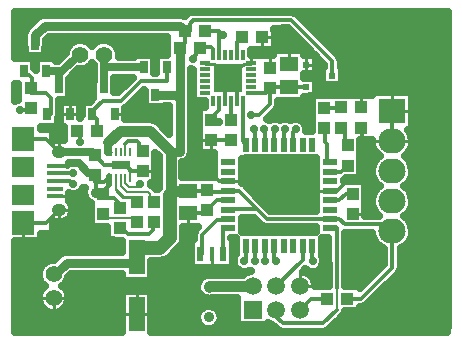
<source format=gbr>
G04 DipTrace 2.4.0.2*
%INTop.gbr*%
%MOIN*%
%ADD13C,0.013*%
%ADD14C,0.0118*%
%ADD15C,0.0071*%
%ADD16C,0.01*%
%ADD17C,0.025*%
%ADD18C,0.008*%
%ADD19C,0.009*%
%ADD20C,0.03*%
%ADD21C,0.035*%
%ADD22C,0.045*%
%ADD23C,0.02*%
%ADD24C,0.011*%
%ADD25C,0.012*%
%ADD26C,0.015*%
%ADD27C,0.036*%
%ADD28R,0.0394X0.0433*%
%ADD29R,0.0591X0.0512*%
%ADD30R,0.0433X0.0394*%
%ADD32R,0.0591X0.0591*%
%ADD33C,0.0591*%
%ADD35C,0.056*%
%ADD37R,0.05X0.022*%
%ADD38R,0.022X0.05*%
%ADD40R,0.0335X0.0118*%
%ADD41R,0.0118X0.0335*%
%ADD42R,0.0965X0.0965*%
%ADD44R,0.0256X0.0413*%
%ADD45R,0.0906X0.0827*%
%ADD46O,0.0906X0.0827*%
%ADD48O,0.0492X0.0413*%
%ADD49R,0.0748X0.0787*%
%ADD50R,0.0531X0.0157*%
%ADD51R,0.0748X0.0709*%
%ADD53R,0.0236X0.0197*%
%ADD55O,0.0071X0.0295*%
%ADD57R,0.063X0.0315*%
%ADD59R,0.0236X0.0512*%
%ADD60R,0.0157X0.0512*%
%ADD61R,0.0551X0.1122*%
%ADD62C,0.028*%
%FSLAX44Y44*%
G04*
G70*
G90*
G75*
G01*
%LNTop*%
%LPD*%
X9737Y8436D2*
D13*
X9170D1*
X9160Y8446D1*
X8591D1*
X8540Y8395D1*
X7916Y8248D2*
D14*
X8147D1*
D13*
X8393D1*
X8540Y8395D1*
X6845Y7964D2*
D14*
Y7675D1*
D13*
X6610Y7440D1*
Y7345D1*
X6580D1*
X8540Y8395D2*
Y7880D1*
X8180Y7520D1*
X7910D1*
X6840Y7290D2*
X6635D1*
X6580Y7345D1*
X7738Y3140D2*
Y2688D1*
X7680Y2630D1*
X2200Y6620D2*
Y6895D1*
X2105Y6990D1*
X5810Y4236D2*
X6331D1*
X6430Y4335D1*
X7150Y4673D2*
X6767D1*
X6430Y4335D1*
X3875Y5417D2*
D15*
Y5630D1*
D13*
Y5669D1*
Y5695D1*
X3720Y5850D1*
X4300Y5655D2*
X3888D1*
X3875Y5669D1*
X3400Y5850D2*
X3025D1*
X2710Y6165D1*
X323Y6698D2*
X1071D1*
X1504Y6265D1*
X323Y3922D2*
X1072D1*
X1505Y4355D1*
X6365Y9232D2*
D16*
Y9220D1*
X6660D1*
X7140Y8740D1*
X7916Y9232D2*
Y9220D1*
X7670D1*
X7190Y8740D1*
X7140D1*
X7042Y7964D2*
D14*
Y8197D1*
D13*
Y8560D1*
Y8642D1*
X7140Y8740D1*
X7435Y7964D2*
D14*
Y8197D1*
D13*
Y8445D1*
X7140Y8740D1*
X6580Y6675D2*
X7250D1*
X12610Y7640D2*
Y6640D1*
X10530Y4987D2*
X10767D1*
X11060Y5280D1*
X11380D1*
X11620Y5520D1*
Y7055D1*
X11585Y7090D1*
X7150Y8560D2*
X7042D1*
X7150Y5302D2*
X6858D1*
X6390Y5770D1*
X6060D1*
X1504Y6265D2*
D17*
X2610D1*
X2710Y6165D1*
X5094Y9093D2*
D13*
Y8640D1*
X4240D1*
X3590Y7990D1*
X2960D1*
X2626Y7656D1*
Y7537D1*
X2775Y6990D2*
Y7389D1*
X2626Y7537D1*
X560Y8405D2*
X620D1*
Y8750D1*
X520Y8850D1*
X336D1*
Y8977D1*
X1126Y7537D2*
X1230D1*
Y8090D1*
X1070Y8250D1*
X560D1*
Y8405D1*
X9942Y3140D2*
Y2648D1*
X9960Y2630D1*
X9627Y3140D2*
Y2671D1*
X8750Y1794D1*
X7632Y7964D2*
D14*
Y7732D1*
D13*
Y6626D1*
X7738Y6520D1*
X6226Y2890D2*
X6280D1*
Y3500D1*
X6780Y4000D1*
X7107D1*
X7150Y4043D1*
X7435Y9516D2*
D14*
Y9748D1*
D13*
Y9940D1*
X7595Y10100D1*
X11130Y6495D2*
X11095D1*
X11050Y6450D1*
Y7090D1*
X10915D1*
X6974Y2890D2*
Y3728D1*
X7150D1*
X10530Y4673D2*
X10853D1*
X11065Y4885D1*
X11310D1*
X10350Y7755D2*
X10915D1*
Y7760D1*
X8368Y3140D2*
Y2642D1*
X8380Y2630D1*
X8683Y3140D2*
Y2677D1*
X8730Y2630D1*
X1084Y8977D2*
D17*
X1563D1*
X1590Y8950D1*
X1500Y8860D1*
Y8443D1*
X2226Y9522D2*
X2162D1*
X1590Y8950D1*
X3000Y8443D2*
Y9093D1*
X4346D1*
X3014Y9522D2*
X3000Y9508D1*
Y9093D1*
X7238Y7964D2*
D14*
Y7648D1*
D13*
Y7345D1*
X7250D1*
X3717Y6283D2*
D15*
Y6547D1*
D13*
X3810Y6640D1*
X4110D1*
X4170Y6580D1*
Y6455D1*
X4300Y6325D1*
X2980Y4215D2*
D18*
X3105Y4090D1*
X3965D1*
X4110Y3945D1*
X3403Y5417D2*
Y5007D1*
D19*
X3630Y4780D1*
X3945D1*
X4110Y4615D1*
X3560Y5417D2*
D18*
Y5150D1*
X3760Y4950D1*
X4470D1*
X4530Y4890D1*
Y4745D1*
X4660Y4615D1*
X3530Y3755D2*
D13*
X3615D1*
X3820Y3550D1*
X4510D1*
X4650Y3690D1*
Y3935D1*
X4660Y3945D1*
X10530Y5617D2*
X10922D1*
X11130Y5825D1*
X10350Y7085D2*
X10370D1*
Y6600D1*
X10440Y6530D1*
Y5980D1*
X10482D1*
X10530Y5932D1*
X8053Y3140D2*
Y2653D1*
X8030Y2630D1*
X210Y7670D2*
X495D1*
X560Y7735D1*
X10435Y1390D2*
X9921D1*
X9537Y1006D1*
X8683Y6520D2*
Y7013D1*
X8700Y7030D1*
X8368Y6520D2*
Y7012D1*
X8350Y7030D1*
X1379Y5566D2*
X1976D1*
X1980Y5570D1*
X8750Y1006D2*
Y780D1*
X8960Y570D1*
X10320D1*
X10770Y1020D1*
D18*
Y1757D1*
D13*
Y3728D1*
X10530D1*
X6385Y10320D2*
X6845D1*
Y9516D1*
X8997Y6520D2*
Y6977D1*
X9050Y7030D1*
X6385Y10320D2*
X6810D1*
X6960Y10170D1*
Y10160D1*
X6205Y9740D2*
X6250D1*
X6280Y9770D1*
X6580D1*
D14*
X6648Y9702D1*
Y9516D1*
X9312Y6520D2*
D13*
Y6942D1*
X9400Y7030D1*
X6205Y9740D2*
X6060D1*
Y9510D1*
X5990Y9440D1*
Y9370D1*
X8053Y6520D2*
Y6977D1*
X8000Y7030D1*
X1379Y5310D2*
X1890D1*
X1980Y5220D1*
X5810Y4984D2*
Y4960D1*
X6385D1*
X6430Y5005D1*
X6475D1*
X6530Y4950D1*
X7113D1*
X7150Y4987D1*
X1328Y2194D2*
D20*
X1374D1*
X1760Y2580D1*
X3980D1*
X4100Y2700D1*
Y2766D1*
X3245Y6283D2*
D16*
X3150D1*
D17*
Y6600D1*
D21*
X3540Y6990D1*
X4530D1*
X5230Y6290D1*
Y4984D1*
X5810D1*
X4100Y2766D2*
D22*
Y3090D1*
X4890D1*
X5210Y3410D1*
Y4850D1*
D17*
X5310Y4950D1*
X5810D1*
Y4984D1*
X4720Y8187D2*
D20*
X5391D1*
X5550Y8028D1*
Y6290D1*
X5230D1*
X710Y9883D2*
Y10160D1*
X1030Y10480D1*
X5555D1*
X5715Y10320D1*
D13*
Y9920D1*
X5535Y9740D1*
D20*
Y8028D1*
X5715Y10320D2*
D13*
X5860D1*
Y10550D1*
X5980Y10670D1*
X9250D1*
X10620Y9300D1*
Y8809D1*
X10603D1*
X7150Y4987D2*
X7493D1*
X8120Y4360D1*
X7152D1*
X7150Y4358D1*
X10530Y4043D2*
X8437D1*
X8120Y4360D1*
X10530Y4043D2*
X10857D1*
X11040Y3860D1*
X12610D1*
Y3640D1*
X11105Y1390D2*
X11590D1*
X12620Y2420D1*
Y3630D1*
X12610Y3640D1*
X2980Y4885D2*
Y4730D1*
X3330D1*
X3530Y4530D1*
Y4425D1*
X4220Y5200D2*
D18*
Y5120D1*
X3830D1*
X3717Y5233D1*
Y5417D1*
X3245D2*
X3230D1*
Y5240D1*
X3180Y5470D1*
D23*
Y5170D1*
D13*
X2895Y4885D1*
X2980D1*
X2710Y5495D2*
Y5270D1*
X2980D1*
D24*
X3180Y5470D1*
X2740Y4920D2*
D13*
Y5465D1*
X2710Y5495D1*
X1379Y5822D2*
D25*
X1762D1*
D26*
X1850Y5910D1*
D17*
X2160D1*
X2490Y5580D1*
X2625D1*
X2710Y5495D1*
X7963Y1794D2*
D27*
X6524D1*
X6510Y1780D1*
D62*
X4220Y5200D3*
D27*
X2740Y4920D3*
D62*
X9960Y2630D3*
D27*
X6510Y1780D3*
X4090Y7600D3*
D62*
X9400Y7030D3*
X9050D3*
X8350D3*
X8000D3*
X6840Y7290D3*
X8700Y7030D3*
X8380Y2630D3*
X8030D3*
X7680D3*
X8730D3*
X210Y7670D3*
X2200Y6620D3*
X1980Y5570D3*
Y5220D3*
X6960Y10160D3*
X5990Y9370D3*
D27*
X6060Y5770D3*
D62*
X3400Y5850D3*
X3720D3*
X7910Y7520D3*
D27*
X8580Y4950D3*
X6510Y760D3*
X7150Y8560D3*
X6010Y7430D3*
X62Y10706D2*
D17*
X719D1*
X9632D2*
X14442D1*
X62Y10458D2*
X469D1*
X9878D2*
X14442D1*
X62Y10209D2*
X324D1*
X8718D2*
X9293D1*
X10128D2*
X14442D1*
X62Y9960D2*
X321D1*
X1097D2*
X1977D1*
X2476D2*
X2762D1*
X3265D2*
X5082D1*
X8718D2*
X9543D1*
X10378D2*
X14442D1*
X62Y9712D2*
X344D1*
X1078D2*
X1746D1*
X3496D2*
X5082D1*
X8718D2*
X9789D1*
X10624D2*
X14442D1*
X62Y9463D2*
X1602D1*
X3527D2*
X3981D1*
X10871D2*
X14442D1*
X10093Y9214D2*
X10289D1*
X10921D2*
X14442D1*
X2109Y8965D2*
X2637D1*
X10093D2*
X10250D1*
X10960D2*
X14442D1*
X1867Y8717D2*
X2633D1*
X3367D2*
X3899D1*
X10093D2*
X10250D1*
X10960D2*
X14442D1*
X1867Y8468D2*
X2633D1*
X3367D2*
X3649D1*
X10093D2*
X14442D1*
X1867Y8219D2*
X2633D1*
X4238D2*
X4333D1*
X10093D2*
X11918D1*
X13300D2*
X14442D1*
X1535Y7971D2*
X2524D1*
X3988D2*
X4356D1*
X5937D2*
X6352D1*
X8976D2*
X9914D1*
X13300D2*
X14442D1*
X3742Y7722D2*
X5160D1*
X5937D2*
X6145D1*
X8792D2*
X9914D1*
X13300D2*
X14442D1*
X3742Y7473D2*
X5160D1*
X5937D2*
X6145D1*
X8550D2*
X9914D1*
X13300D2*
X14442D1*
X4871Y7225D2*
X5160D1*
X5937D2*
X6145D1*
X9718D2*
X9914D1*
X13300D2*
X14442D1*
X1335Y6976D2*
X1653D1*
X5937D2*
X6145D1*
X13203D2*
X14442D1*
X1335Y6727D2*
X1653D1*
X5937D2*
X6145D1*
X13296D2*
X14442D1*
X5937Y6479D2*
X6145D1*
X11566D2*
X11942D1*
X13281D2*
X14442D1*
X5933Y6230D2*
X6660D1*
X11566D2*
X12071D1*
X13148D2*
X14442D1*
X4734Y5981D2*
X4819D1*
X5765D2*
X6660D1*
X7636D2*
X10043D1*
X11566D2*
X12020D1*
X13199D2*
X14442D1*
X4734Y5733D2*
X4819D1*
X5644D2*
X6660D1*
X7636D2*
X10043D1*
X11566D2*
X11926D1*
X13292D2*
X14442D1*
X4734Y5484D2*
X4819D1*
X5644D2*
X6660D1*
X7636D2*
X10043D1*
X11566D2*
X11938D1*
X13281D2*
X14442D1*
X4734Y5235D2*
X4819D1*
X7644D2*
X10043D1*
X11746D2*
X12067D1*
X13152D2*
X14442D1*
X7910Y4986D2*
X10043D1*
X11746D2*
X12024D1*
X13195D2*
X14442D1*
X1882Y4738D2*
X2367D1*
X8160D2*
X10043D1*
X11746D2*
X11926D1*
X13292D2*
X14442D1*
X1968Y4489D2*
X2547D1*
X8410D2*
X10043D1*
X11746D2*
X11938D1*
X13281D2*
X14442D1*
X1972Y4240D2*
X2547D1*
X11746D2*
X12063D1*
X13156D2*
X14442D1*
X1777Y3992D2*
X2547D1*
X7636D2*
X8071D1*
X13191D2*
X14442D1*
X1335Y3743D2*
X3094D1*
X5671D2*
X6106D1*
X7636D2*
X10043D1*
X13292D2*
X14442D1*
X937Y3494D2*
X3094D1*
X5671D2*
X5977D1*
X11074D2*
X11938D1*
X13285D2*
X14442D1*
X62Y3246D2*
X3586D1*
X5640D2*
X5871D1*
X10289D2*
X10469D1*
X11074D2*
X12059D1*
X13160D2*
X14442D1*
X62Y2997D2*
X3586D1*
X5441D2*
X5871D1*
X10289D2*
X10469D1*
X11074D2*
X12317D1*
X12921D2*
X14442D1*
X62Y2748D2*
X1391D1*
X5187D2*
X5871D1*
X10316D2*
X10468D1*
X11074D2*
X12317D1*
X12921D2*
X14442D1*
X62Y2500D2*
X918D1*
X4613D2*
X5871D1*
X10312D2*
X10467D1*
X11074D2*
X12281D1*
X12921D2*
X14442D1*
X62Y2251D2*
X813D1*
X4613D2*
X7715D1*
X9785D2*
X10469D1*
X11074D2*
X12031D1*
X12867D2*
X14442D1*
X62Y2002D2*
X848D1*
X1808D2*
X3586D1*
X4613D2*
X6160D1*
X10027D2*
X10469D1*
X11074D2*
X11785D1*
X12621D2*
X14442D1*
X62Y1754D2*
X953D1*
X1703D2*
X6094D1*
X12371D2*
X14442D1*
X62Y1505D2*
X821D1*
X1835D2*
X3586D1*
X4613D2*
X6203D1*
X12124D2*
X14442D1*
X62Y1256D2*
X832D1*
X1824D2*
X3586D1*
X4613D2*
X7430D1*
X11874D2*
X14442D1*
X62Y1007D2*
X1012D1*
X1644D2*
X3586D1*
X4613D2*
X6180D1*
X6839D2*
X7430D1*
X11558D2*
X14442D1*
X62Y759D2*
X3586D1*
X4613D2*
X6094D1*
X6929D2*
X7430D1*
X10925D2*
X14442D1*
X62Y510D2*
X3586D1*
X4613D2*
X6180D1*
X6839D2*
X7430D1*
X8496D2*
X8602D1*
X10679D2*
X14442D1*
X150Y8021D2*
X154Y8165D1*
X150Y8557D1*
X36Y8558D1*
X35Y7976D1*
X153Y8015D1*
X150Y8225D1*
X6321Y5434D2*
X6688D1*
X6687Y6246D1*
X6170D1*
Y7774D1*
X6377D1*
X6376Y7979D1*
X5984Y7976D1*
X5988Y8520D1*
X5984Y8620D1*
X5988Y8914D1*
X5984Y9017D1*
X5895Y9034D1*
X5898Y8490D1*
Y8127D1*
X5913Y8028D1*
Y6290D1*
X5892Y6167D1*
X5830Y6059D1*
X5736Y5978D1*
X5616Y5934D1*
X5618Y5450D1*
X6318Y5453D1*
Y5433D1*
X11719Y4645D2*
X11720Y4138D1*
X12192D1*
X12111Y4214D1*
X12036Y4314D1*
X11982Y4427D1*
X11951Y4547D1*
X11945Y4672D1*
X11964Y4796D1*
X12007Y4913D1*
X12072Y5019D1*
X12157Y5110D1*
X12198Y5140D1*
X12111Y5214D1*
X12036Y5314D1*
X11982Y5427D1*
X11951Y5547D1*
X11945Y5672D1*
X11964Y5796D1*
X12007Y5913D1*
X12072Y6019D1*
X12157Y6110D1*
X12198Y6140D1*
X12128Y6196D1*
X12049Y6293D1*
X11991Y6403D1*
X11955Y6523D1*
X11944Y6647D1*
X11946Y6681D1*
X11540Y6680D1*
X11536Y6065D1*
X11540Y5505D1*
Y5396D1*
X11091D1*
X11010Y5355D1*
X10993Y5313D1*
X11720Y5314D1*
X11716Y4455D1*
X8950Y7976D2*
Y7966D1*
X8821D1*
X8818Y7880D1*
X8788Y7756D1*
X8802Y7787D1*
X8737Y7683D1*
X8430Y7377D1*
X8524Y7333D1*
X8542Y7346D1*
X8662Y7381D1*
X8786Y7372D1*
X8874Y7333D1*
X8892Y7346D1*
X9012Y7381D1*
X9136Y7372D1*
X9224Y7333D1*
X9242Y7346D1*
X9362Y7381D1*
X9486Y7372D1*
X9599Y7321D1*
X9688Y7234D1*
X9741Y7122D1*
X9753Y7030D1*
X9744Y6980D1*
X9941Y6983D1*
X9944Y7515D1*
X9940Y8075D1*
Y8126D1*
X9666Y8125D1*
X9668Y7977D1*
X8953D1*
X9641Y2291D2*
X9737Y2261D1*
X9845Y2199D1*
X9934Y2112D1*
X9999Y2006D1*
X10037Y1887D1*
X10046Y1800D1*
X10494D1*
X10492Y3401D1*
X10263Y3405D1*
X10265Y2810D1*
X10301Y2722D1*
X10313Y2630D1*
X10291Y2508D1*
X10228Y2400D1*
X10132Y2322D1*
X10014Y2281D1*
X9890Y2284D1*
X9774Y2330D1*
X9725Y2374D1*
X9639Y2289D1*
X2618Y9229D2*
X2583Y9182D1*
X2487Y9103D1*
X2373Y9051D1*
X2251Y9029D1*
X2154Y9037D1*
X1841Y8723D1*
Y8023D1*
X1509D1*
X1508Y7537D1*
X1482Y7421D1*
X1533Y7418D1*
Y7957D1*
X2215D1*
Y7400D1*
X2285Y7493D1*
Y7957D1*
X2531D1*
X2659Y8082D1*
X2662Y9068D1*
Y9175D1*
X7613Y4083D2*
X7609Y4035D1*
X7613Y3926D1*
Y3601D1*
X8061Y3599D1*
X8170Y3603D1*
X8691Y3599D1*
X8799Y3603D1*
X9320Y3599D1*
X9429Y3603D1*
X9950Y3599D1*
X10069Y3603D1*
X10067Y3768D1*
X9530Y3765D1*
X8437D1*
X8314Y3795D1*
X8344Y3781D1*
X8241Y3846D1*
X8006Y4081D1*
X7616Y4082D1*
X7613Y3720D1*
X7730Y3603D1*
X8376Y3599D1*
X8485Y3603D1*
X9006Y3599D1*
X9114Y3603D1*
X9635Y3599D1*
X9744Y3603D1*
X9994D1*
X10067Y3720D1*
Y3763D1*
Y4317D2*
X10071Y4366D1*
X10067Y4475D1*
X10071Y4996D1*
X10067Y5014D1*
X10071Y5940D1*
X10067Y6059D1*
X9619Y6061D1*
X9510Y6057D1*
X8989Y6061D1*
X8881Y6057D1*
X8360Y6061D1*
X8251Y6057D1*
X7730Y6061D1*
X7613Y6056D1*
X7609Y5609D1*
X7613Y5525D1*
X7616Y5235D1*
X7609Y5294D1*
X7613Y5236D1*
Y5294D1*
X1467Y7391D2*
Y7118D1*
X908D1*
X910Y7047D1*
X1311D1*
X1316Y6657D1*
X1413Y6681D1*
X1541Y6684D1*
X1640Y6673D1*
X1675Y6663D1*
X1676Y7115D1*
X1533Y7118D1*
Y7418D1*
X4709Y6085D2*
X4710Y5226D1*
X4572D1*
X4570Y5181D1*
X4647Y5131D1*
X4710Y5068D1*
X4750Y5044D1*
X4817D1*
X4844Y5090D1*
X4842Y6129D1*
X4710Y6254D1*
X4706Y5895D1*
X11969Y8266D2*
X13276D1*
Y7014D1*
X13152D1*
X13212Y6916D1*
X13255Y6799D1*
X13275Y6676D1*
X13268Y6540D1*
X13236Y6420D1*
X13180Y6308D1*
X13104Y6209D1*
X13027Y6140D1*
X13130Y6041D1*
X13200Y5938D1*
X13248Y5823D1*
X13276Y5640D1*
X13263Y5516D1*
X13227Y5397D1*
X13167Y5287D1*
X13087Y5191D1*
X13023Y5140D1*
X13130Y5041D1*
X13200Y4938D1*
X13248Y4823D1*
X13276Y4640D1*
X13263Y4516D1*
X13227Y4397D1*
X13167Y4287D1*
X13087Y4191D1*
X13023Y4140D1*
X13130Y4041D1*
X13200Y3938D1*
X13248Y3823D1*
X13276Y3640D1*
X13263Y3516D1*
X13227Y3397D1*
X13167Y3287D1*
X13087Y3191D1*
X12989Y3114D1*
X12895Y3066D1*
X12898Y2420D1*
X12868Y2296D1*
X12882Y2327D1*
X12817Y2223D1*
X11787Y1193D1*
X11678Y1127D1*
X11709Y1139D1*
X11590Y1112D1*
X11531D1*
X11534Y980D1*
X11046D1*
X11032Y927D1*
X10967Y823D1*
X10517Y373D1*
X10408Y307D1*
X10439Y319D1*
X10320Y292D1*
X8960D1*
X8836Y322D1*
X8867Y308D1*
X8763Y373D1*
X8617Y520D1*
X8554Y537D1*
X8471Y581D1*
Y498D1*
X7454D1*
Y1400D1*
X6615Y1401D1*
X6568Y1391D1*
X6444Y1393D1*
X6326Y1433D1*
X6227Y1508D1*
X6156Y1610D1*
X6120Y1729D1*
X6124Y1854D1*
X6166Y1971D1*
X6246Y2072D1*
X6347Y2145D1*
X6469Y2182D1*
X6899Y2187D1*
X7637D1*
X7705Y2232D1*
X7819Y2281D1*
X7915Y2297D1*
X7852Y2322D1*
X7734Y2281D1*
X7610Y2284D1*
X7494Y2330D1*
X7402Y2413D1*
X7344Y2523D1*
X7327Y2646D1*
X7355Y2767D1*
X7416Y2862D1*
X7415Y3407D1*
X7250Y3405D1*
X7268Y3359D1*
X7305D1*
Y2421D1*
X6643Y2425D1*
X6592Y2421D1*
X5895D1*
Y3359D1*
X6000D1*
X6002Y3500D1*
X6032Y3624D1*
X6018Y3593D1*
X6083Y3697D1*
X6153Y3767D1*
X5647D1*
X5648Y3410D1*
X5630Y3287D1*
X5576Y3170D1*
X5520Y3100D1*
X5200Y2780D1*
X5100Y2706D1*
X4979Y2662D1*
X4890Y2652D1*
X4589D1*
Y1992D1*
X3611D1*
Y2214D1*
X2980Y2217D1*
X1914D1*
X1815Y2122D1*
X1805Y2070D1*
X1759Y1954D1*
X1685Y1854D1*
X1622Y1802D1*
X1704Y1726D1*
X1760Y1644D1*
X1799Y1552D1*
X1819Y1454D1*
X1815Y1332D1*
X1790Y1235D1*
X1746Y1145D1*
X1685Y1066D1*
X1609Y1001D1*
X1522Y953D1*
X1427Y923D1*
X1328Y913D1*
X1228Y924D1*
X1133Y954D1*
X1046Y1002D1*
X970Y1067D1*
X909Y1146D1*
X865Y1236D1*
X841Y1333D1*
X836Y1432D1*
X851Y1531D1*
X886Y1625D1*
X939Y1709D1*
X1008Y1781D1*
X1032Y1800D1*
X923Y1913D1*
X865Y2023D1*
X838Y2145D1*
X841Y2270D1*
X876Y2389D1*
X939Y2497D1*
X1028Y2584D1*
X1135Y2647D1*
X1255Y2681D1*
X1353Y2683D1*
X1503Y2837D1*
X1605Y2908D1*
X1745Y2943D1*
X3608D1*
X3611Y3324D1*
X3120Y3326D1*
Y3783D1*
X2570Y3786D1*
Y4566D1*
X2500Y4608D1*
X2415Y4699D1*
X2362Y4812D1*
X2347Y4935D1*
X2378Y5068D1*
X2300Y5070D1*
X2248Y4990D1*
X2152Y4912D1*
X2034Y4871D1*
X1910Y4874D1*
X1856Y4895D1*
X1857Y4634D1*
X1911Y4558D1*
X1949Y4466D1*
X1964Y4355D1*
X1952Y4256D1*
X1917Y4163D1*
X1861Y4080D1*
X1787Y4013D1*
X1699Y3965D1*
X1603Y3940D1*
X1465Y3936D1*
X1375Y3945D1*
X1310Y3965D1*
X1311Y3551D1*
X909D1*
X910Y3316D1*
X35D1*
Y286D1*
X260Y275D1*
X3611D1*
Y1648D1*
X4589D1*
Y274D1*
X14454Y275D1*
X14465Y500D1*
Y10944D1*
X14240Y10955D1*
X46D1*
X35Y10730D1*
Y9397D1*
X677D1*
Y9081D1*
X744Y9019D1*
X743Y9397D1*
X1425D1*
Y9315D1*
X1475D1*
X1735Y9573D1*
X1774Y9718D1*
X1837Y9825D1*
X1926Y9913D1*
X2033Y9976D1*
X2153Y10009D1*
X2278Y10012D1*
X2399Y9984D1*
X2510Y9925D1*
X2617Y9819D1*
X2713Y9913D1*
X2821Y9976D1*
X2941Y10009D1*
X3065Y10012D1*
X3187Y9984D1*
X3297Y9925D1*
X3389Y9841D1*
X3457Y9737D1*
X3497Y9619D1*
X3507Y9522D1*
X3500Y9431D1*
X4004D1*
X4005Y9512D1*
X4687D1*
Y8915D1*
X4753Y8923D1*
Y9512D1*
X5109D1*
X5106Y10117D1*
X1176D1*
X1074Y10011D1*
X1073Y9883D1*
X1050Y9757D1*
X1051Y9463D1*
X369D1*
Y9756D1*
X347Y9883D1*
Y10160D1*
X368Y10283D1*
X443Y10406D1*
X773Y10737D1*
X875Y10808D1*
X1015Y10843D1*
X5555D1*
X5700Y10812D1*
X5743Y10827D1*
X5783Y10867D1*
X5877Y10928D1*
X5980Y10948D1*
X9250D1*
X9374Y10918D1*
X9343Y10932D1*
X9447Y10867D1*
X10817Y9497D1*
X10883Y9388D1*
X10871Y9419D1*
X10898Y9300D1*
Y9116D1*
X10934Y9120D1*
Y8497D1*
X10272D1*
Y9120D1*
X10338D1*
X10342Y9187D1*
X9134Y10393D1*
X8691Y10392D1*
X8694Y10210D1*
Y9690D1*
X7904D1*
Y9501D1*
X8060Y9504D1*
X8296D1*
Y9494D1*
X8651D1*
X8652Y9663D1*
X9668D1*
Y9495D1*
X10032D1*
X10068Y9459D1*
Y8873D1*
X9669D1*
X9668Y8747D1*
X10068D1*
Y8182D1*
X10760Y8184D1*
Y8172D1*
X11345Y8170D1*
X11944Y8169D1*
Y8266D1*
X11969D1*
X12346Y3058D2*
X12204Y3132D1*
X12111Y3214D1*
X12036Y3314D1*
X11982Y3427D1*
X11949Y3583D1*
X11047Y3582D1*
X11050Y1800D1*
X11534D1*
Y1726D1*
X12341Y2534D1*
X12342Y3057D1*
X3715Y7742D2*
Y7378D1*
X4530D1*
X4653Y7358D1*
X4766Y7297D1*
X4804Y7264D1*
X5188Y6880D1*
X5187Y7825D1*
X5059Y7824D1*
X5061Y7768D1*
X4379D1*
Y8061D1*
X4364Y8117D1*
X4361Y8242D1*
X4380Y8297D1*
X4348Y8355D1*
X3783Y7791D1*
X3341Y8757D2*
Y8265D1*
X3472Y8268D1*
X3960Y8753D1*
X3342Y8755D1*
X6883Y637D2*
X6826Y527D1*
X6737Y439D1*
X6626Y384D1*
X6502Y367D1*
X6380Y389D1*
X6270Y448D1*
X6185Y539D1*
X6132Y652D1*
X6117Y775D1*
X6142Y897D1*
X6203Y1006D1*
X6295Y1089D1*
X6409Y1140D1*
X6533Y1152D1*
X6655Y1125D1*
X6762Y1062D1*
X6843Y968D1*
X6892Y853D1*
X6903Y760D1*
X6883Y637D1*
X7777Y5096D2*
X8551Y4322D1*
X10067Y4320D1*
X10071Y4681D1*
X10067Y4764D1*
Y5625D1*
Y5984D1*
X9950Y6057D1*
X9304Y6061D1*
X9195Y6057D1*
X8674Y6061D1*
X8566Y6057D1*
X8045Y6061D1*
X7936Y6057D1*
X7686D1*
X7613Y5940D1*
Y5315D1*
X11310Y4215D2*
D16*
X11719D1*
X5810Y4236D2*
Y3768D1*
X6580Y6675D2*
Y6246D1*
X6171Y6675D2*
X6580D1*
X8540Y9494D2*
Y9065D1*
X8265Y10100D2*
Y9691D1*
Y10100D2*
X8694D1*
X9537Y2301D2*
Y1794D1*
X10045D1*
X1328Y1406D2*
Y914D1*
X836Y1406D2*
X1821D1*
X7150Y5302D2*
X7613D1*
X10067Y4987D2*
X10530D1*
X7916Y9504D2*
Y9232D1*
X1874Y7956D2*
Y7537D1*
X1534D2*
X2214D1*
X4300Y5655D2*
X4709D1*
X12610Y8266D2*
Y7640D1*
X13275D1*
X11945Y6640D2*
X13275D1*
X1504Y6684D2*
Y6265D1*
X1505Y4355D2*
Y3936D1*
Y4355D2*
X1963D1*
X323Y3922D2*
Y3316D1*
X1379Y4798D2*
X1857D1*
X9737Y9495D2*
Y8873D1*
Y9184D2*
X10068D1*
X6600Y2890D2*
Y2422D1*
X3374Y7537D2*
X3714D1*
X4100Y1648D2*
Y874D1*
X3612D2*
X4588D1*
X11585Y7090D2*
Y6681D1*
Y8169D2*
Y7760D1*
X9160Y9662D2*
Y9194D1*
D28*
X560Y7735D3*
Y8405D3*
X6430Y4335D3*
Y5005D3*
X11310Y4215D3*
Y4885D3*
D29*
X5810Y4236D3*
Y4984D3*
D28*
X6580Y6675D3*
Y7345D3*
X7250Y6675D3*
Y7345D3*
X8540Y8395D3*
Y9065D3*
D30*
X7595Y10100D3*
X8265D3*
D32*
X7963Y1006D3*
D33*
X8750D3*
X9537D3*
Y1794D3*
X8750D3*
X7963D3*
D35*
X1328Y2194D3*
Y1406D3*
X3014Y9522D3*
X2226D3*
D37*
X7150Y5932D3*
Y5617D3*
Y5302D3*
Y4987D3*
Y4673D3*
Y4358D3*
Y4043D3*
Y3728D3*
D38*
X7738Y3140D3*
X8053D3*
X8368D3*
X8683D3*
X8997D3*
X9312D3*
X9627D3*
X9942D3*
D37*
X10530Y3728D3*
Y4043D3*
Y4358D3*
Y4673D3*
Y4987D3*
Y5302D3*
Y5617D3*
Y5932D3*
D38*
X9942Y6520D3*
X9627D3*
X9312D3*
X8997D3*
X8683D3*
X8368D3*
X8053D3*
X7738D3*
D40*
X6365Y9232D3*
X6364Y9035D3*
Y8838D3*
Y8642D3*
Y8445D3*
Y8248D3*
D41*
X6648Y7964D3*
X6845D3*
X7042D3*
X7238D3*
X7435D3*
X7632D3*
D40*
X7916Y8248D3*
Y8445D3*
Y8642D3*
Y8838D3*
Y9035D3*
Y9232D3*
D41*
X7632Y9516D3*
X7435D3*
X7238D3*
X7042D3*
X6845D3*
X6648D3*
D42*
X7140Y8740D3*
D28*
X2980Y4215D3*
Y4885D3*
D44*
X1126Y7537D3*
X1874D3*
X1500Y8443D3*
D30*
X5535Y9740D3*
X6205D3*
X5715Y10320D3*
X6385D3*
D28*
X4300Y5655D3*
Y6325D3*
X2710Y6165D3*
Y5495D3*
D45*
X12610Y7640D3*
D46*
Y6640D3*
Y5640D3*
Y4640D3*
Y3640D3*
D48*
X1504Y6265D3*
X1505Y4355D3*
D49*
X323Y6698D3*
Y3922D3*
D50*
X1379Y5822D3*
Y5566D3*
Y5310D3*
Y5054D3*
Y4798D3*
D51*
X325Y5764D3*
Y4858D3*
D53*
X9737Y9184D3*
Y8436D3*
X10603Y8809D3*
D55*
X3245Y5417D3*
X3403D3*
X3560D3*
X3717D3*
X3875D3*
Y6283D3*
X3717D3*
X3560D3*
X3403D3*
X3245D3*
D57*
X3560Y5850D3*
D59*
X6226Y2890D3*
D60*
X6600D3*
D59*
X6974D3*
D44*
X336Y8977D3*
X1084D3*
X710Y9883D3*
X2626Y7537D3*
X3374D3*
X3000Y8443D3*
X5094Y9093D3*
X4346D3*
X4720Y8187D3*
D30*
X2105Y6990D3*
X2775D3*
D61*
X4100Y2766D3*
Y874D3*
D28*
X3530Y3755D3*
Y4425D3*
X4110Y4615D3*
Y3945D3*
X4660Y4615D3*
Y3945D3*
X11130Y6495D3*
Y5825D3*
X10350Y7755D3*
Y7085D3*
D30*
X11585Y7090D3*
X10915D3*
X11585Y7760D3*
X10915D3*
X11105Y1390D3*
X10435D3*
D29*
X9160Y9194D3*
Y8446D3*
M02*

</source>
